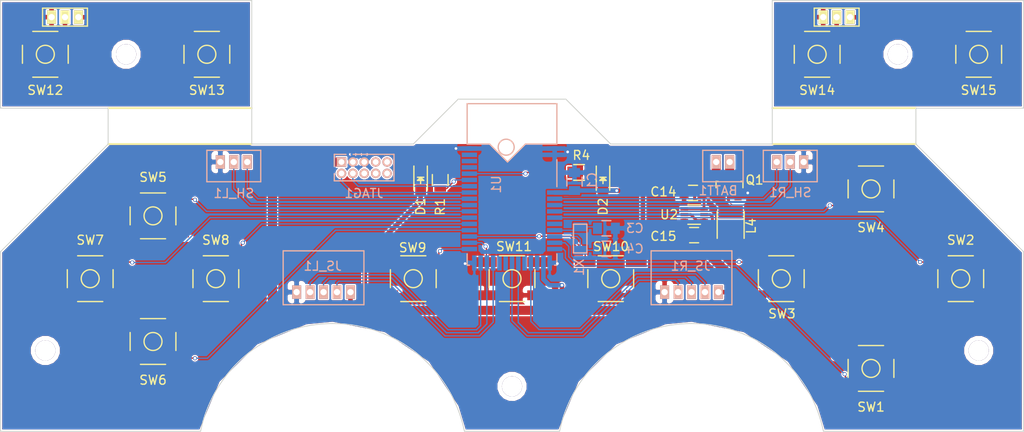
<source format=kicad_pcb>
(kicad_pcb (version 4) (host pcbnew "(2016-04-11 BZR 6687, Git f239aee)-product")
  (layers (0 F.Cu signal) (31 B.Cu signal) (34 B.Paste user) (35 F.Paste user) (36 B.SilkS user) (37 F.SilkS user) (38 B.Mask user) (39 F.Mask user) (44 Edge.Cuts user))
  (net 0 "")
  (net 1 +3V3)
  (net 2 GND)
  (net 3 "Net-(C3-Pad1)")
  (net 4 "Net-(C4-Pad1)")
  (net 5 +BATT)
  (net 6 "Net-(D1-Pad1)")
  (net 7 "Net-(D2-Pad1)")
  (net 8 /SWDCLK)
  (net 9 /SWDIO)
  (net 10 /PWR_LED)
  (net 11 /BT_LED)
  (net 12 "Net-(P3-Pad1)")
  (net 13 "Net-(P4-Pad1)")
  (net 14 "Net-(P5-Pad1)")
  (net 15 "Net-(P6-Pad1)")
  (net 16 "Net-(P7-Pad1)")
  (net 17 /IND)
  (net 18 "Net-(U1-Pad40)")
  (net 19 "Net-(U1-Pad41)")
  (net 20 "Net-(U1-Pad39)")
  (net 21 "Net-(U1-Pad20)")
  (net 22 "Net-(U1-Pad21)")
  (net 23 "Net-(U1-Pad17)")
  (net 24 "Net-(U1-Pad15)")
  (net 25 "Net-(U1-Pad8)")
  (net 26 "Net-(BATT1-Pad1)")
  (net 27 "Net-(JTAG1-Pad7)")
  (net 28 "Net-(JTAG1-Pad9)")
  (net 29 "Net-(JTAG1-Pad6)")
  (net 30 "Net-(JTAG1-Pad8)")
  (net 31 "Net-(JTAG1-Pad10)")
  (net 32 /JS_LX)
  (net 33 /JS_LY)
  (net 34 /JS_LS)
  (net 35 /JS_RX)
  (net 36 /JS_RS)
  (net 37 /JS_RY)
  (net 38 "Net-(P1-Pad2)")
  (net 39 "Net-(P1-Pad3)")
  (net 40 "Net-(P2-Pad2)")
  (net 41 "Net-(P2-Pad3)")
  (net 42 /L2)
  (net 43 /L1)
  (net 44 /R2)
  (net 45 /R1)
  (net 46 /A)
  (net 47 /B)
  (net 48 /X)
  (net 49 /Y)
  (net 50 /UP)
  (net 51 /DOWN)
  (net 52 /LEFT)
  (net 53 /RIGHT)
  (net 54 /START)
  (net 55 /SELECT)
  (net 56 /HOME)
  (net 57 /GND_L)
  (net 58 /GND_R)
  (module Capacitors_SMD:C_0805 (layer F.Cu) (at 90.17 36.449 180)
    (fp_text reference C14 (at 3.302 0.127 180) (layer F.SilkS))
    (fp_text value 10uF)
    (pad 1 smd rect (at -1 0 180) (size 1 1.25) (layers F.Cu F.Paste F.Mask) (net 5 +BATT))
    (pad 2 smd rect (at 1 0 180) (size 1 1.25) (layers F.Cu F.Paste F.Mask) (net 2 GND))
  )
  (module Capacitors_SMD:C_0805 (layer F.Cu) (at 90.2904 41.1496 180)
    (fp_text reference C15 (at 3.4224 -0.1254 180) (layer F.SilkS))
    (fp_text value 10uF)
    (pad 1 smd rect (at -1 0 180) (size 1 1.25) (layers F.Cu F.Paste F.Mask) (net 1 +3V3))
    (pad 2 smd rect (at 1 0 180) (size 1 1.25) (layers F.Cu F.Paste F.Mask) (net 2 GND))
  )
  (module LEDs:LED_0805 (layer F.Cu) (at 59.817 35.052 270)
    (fp_text reference D1 (at 2.921 0 270) (layer F.SilkS))
    (fp_text value ORANGE)
    (pad 2 smd rect (at 1.04902 0 90) (size 1.19888 1.19888) (layers F.Cu F.Paste F.Mask) (net 1 +3V3))
    (pad 1 smd rect (at -1.04902 0 90) (size 1.19888 1.19888) (layers F.Cu F.Paste F.Mask) (net 6 "Net-(D1-Pad1)"))
  )
  (module LEDs:LED_0805 (layer F.Cu) (at 80.137 35.052 270)
    (fp_text reference D2 (at 2.921 0 270) (layer F.SilkS))
    (fp_text value ORANGE)
    (pad 2 smd rect (at 1.04902 0 90) (size 1.19888 1.19888) (layers F.Cu F.Paste F.Mask) (net 1 +3V3))
    (pad 1 smd rect (at -1.04902 0 90) (size 1.19888 1.19888) (layers F.Cu F.Paste F.Mask) (net 7 "Net-(D2-Pad1)"))
  )
  (module Resistors_SMD:R_0805 (layer F.Cu) (at 62 35 90)
    (fp_text reference R1 (at -3 0 90) (layer F.SilkS))
    (fp_text value 68)
    (pad 1 smd rect (at -0.95 0 90) (size 0.7 1.3) (layers F.Cu F.Paste F.Mask) (net 10 /PWR_LED))
    (pad 2 smd rect (at 0.95 0 90) (size 0.7 1.3) (layers F.Cu F.Paste F.Mask) (net 6 "Net-(D1-Pad1)"))
  )
  (module Resistors_SMD:R_0805 (layer F.Cu) (at 77.47 34.163)
    (fp_text reference R4 (at 0.254 -1.905) (layer F.SilkS))
    (fp_text value 68)
    (pad 1 smd rect (at -0.95 0) (size 0.7 1.3) (layers F.Cu F.Paste F.Mask) (net 11 /BT_LED))
    (pad 2 smd rect (at 0.95 0) (size 0.7 1.3) (layers F.Cu F.Paste F.Mask) (net 7 "Net-(D2-Pad1)"))
  )
  (module Capacitors_SMD:C_0805 (layer B.Cu) (at 80.518 40.386)
    (fp_text reference C3 (at 3.175 0) (layer B.SilkS) (effects (justify mirror)))
    (fp_text value 12pF)
    (pad 1 smd rect (at -1 0) (size 1 1.25) (layers B.Cu B.Paste B.Mask) (net 3 "Net-(C3-Pad1)"))
    (pad 2 smd rect (at 1 0) (size 1 1.25) (layers B.Cu B.Paste B.Mask) (net 2 GND))
  )
  (module Capacitors_SMD:C_0805 (layer B.Cu) (at 80.518 42.672)
    (fp_text reference C4 (at 3.175 0) (layer B.SilkS) (effects (justify mirror)))
    (fp_text value 12pF)
    (pad 1 smd rect (at -1 0) (size 1 1.25) (layers B.Cu B.Paste B.Mask) (net 4 "Net-(C4-Pad1)"))
    (pad 2 smd rect (at 1 0) (size 1 1.25) (layers B.Cu B.Paste B.Mask) (net 2 GND))
  )
  (module Capacitors_SMD:C_0805 (layer B.Cu) (at 76.962 35.179 90)
    (fp_text reference C1 (at 0.0635 1.9685 270) (layer B.SilkS) (effects (justify mirror)))
    (fp_text value 1uF)
    (pad 1 smd rect (at -1 0 90) (size 1 1.25) (layers B.Cu B.Paste B.Mask) (net 1 +3V3))
    (pad 2 smd rect (at 1 0 90) (size 1 1.25) (layers B.Cu B.Paste B.Mask) (net 2 GND))
  )
  (module Controller:32.768kHz (layer B.Cu) (at 77.597 41.529 270)
    (fp_text reference X1 (at 3.221 0.097 270) (layer B.SilkS) (effects (justify mirror)))
    (fp_text value 32.768kHz)
    (pad 2 smd rect (at 1.3 0 270) (size 1 1.55) (layers B.Cu B.Paste B.Mask) (net 4 "Net-(C4-Pad1)"))
    (pad 1 smd rect (at -1.3 0 270) (size 1 1.55) (layers B.Cu B.Paste B.Mask) (net 3 "Net-(C3-Pad1)"))
  )
  (module Controller:SOT-23-3 (layer F.Cu) (at 94.234 35.814)
    (fp_text reference Q1 (at 2.79 -0.814) (layer F.SilkS))
    (fp_text value DMN2050L)
    (pad 1 smd rect (at -0.95 1) (size 0.8 0.9) (layers F.Cu F.Paste F.Mask) (net 5 +BATT))
    (pad 2 smd rect (at 0.95 1) (size 0.8 0.9) (layers F.Cu F.Paste F.Mask) (net 2 GND))
    (pad 3 smd rect (at 0 -1) (size 0.8 0.9) (layers F.Cu F.Paste F.Mask) (net 26 "Net-(BATT1-Pad1)"))
  )
  (module Controller:CONN_BATT (layer B.Cu) (at 93.5 33 180)
    (fp_text reference BATT1 (at 0.536 -3.195 180) (layer B.SilkS) (effects (justify mirror)))
    (fp_text value CONN_BATT)
    (pad 2 thru_hole rect (at 0.75 0 180) (size 1 1.5) (drill 0.7) (layers *.Cu *.Mask B.SilkS) (net 5 +BATT))
    (pad 1 thru_hole rect (at -0.75 0 180) (size 1 1.5) (drill 0.7) (layers *.Cu *.Mask B.SilkS) (net 26 "Net-(BATT1-Pad1)"))
  )
  (module Controller:CONN_JOYSTICK (layer B.Cu) (at 49 47.5)
    (fp_text reference JS_L1 (at -0.1 -2.9) (layer B.SilkS) (effects (justify mirror)))
    (fp_text value CONN_JOYSTICK_F)
    (pad 5 thru_hole rect (at 3 0) (size 1 1.5) (drill 0.7) (layers *.Cu *.Mask B.SilkS) (net 1 +3V3))
    (pad 3 thru_hole rect (at 0 0) (size 1 1.5) (drill 0.7) (layers *.Cu *.Mask B.SilkS) (net 32 /JS_LX))
    (pad 4 thru_hole rect (at 1.5 0) (size 1 1.5) (drill 0.7) (layers *.Cu *.Mask B.SilkS) (net 33 /JS_LY))
    (pad 2 thru_hole rect (at -1.5 0) (size 1 1.5) (drill 0.7) (layers *.Cu *.Mask B.SilkS) (net 34 /JS_LS))
    (pad 1 thru_hole rect (at -3 0) (size 1 1.5) (drill 0.7) (layers *.Cu *.Mask B.SilkS) (net 2 GND))
  )
  (module Controller:CONN_JOYSTICK (layer B.Cu) (at 90 47.5)
    (fp_text reference JS_R1 (at -0.1 -2.9) (layer B.SilkS) (effects (justify mirror)))
    (fp_text value CONN_JOYSTICK_F)
    (pad 5 thru_hole rect (at 3 0) (size 1 1.5) (drill 0.7) (layers *.Cu *.Mask B.SilkS) (net 1 +3V3))
    (pad 3 thru_hole rect (at 0 0) (size 1 1.5) (drill 0.7) (layers *.Cu *.Mask B.SilkS) (net 35 /JS_RX))
    (pad 4 thru_hole rect (at 1.5 0) (size 1 1.5) (drill 0.7) (layers *.Cu *.Mask B.SilkS) (net 36 /JS_RS))
    (pad 2 thru_hole rect (at -1.5 0) (size 1 1.5) (drill 0.7) (layers *.Cu *.Mask B.SilkS) (net 37 /JS_RY))
    (pad 1 thru_hole rect (at -3 0) (size 1 1.5) (drill 0.7) (layers *.Cu *.Mask B.SilkS) (net 2 GND))
  )
  (module Pin_Headers:Pin_Header_Straight_2x05_Pitch1.27mm (layer B.Cu) (at 51 33 270)
    (fp_text reference JTAG1 (at 3.5 -2.5 360) (layer B.SilkS) (effects (justify mirror)))
    (fp_text value CONN_JTAG)
    (pad 1 thru_hole rect (at 0 0 270) (size 1.05 1.05) (drill 0.65) (layers *.Cu *.Mask B.SilkS) (net 1 +3V3))
    (pad 3 thru_hole circle (at 0 -1.27 270) (size 1.05 1.05) (drill 0.65) (layers *.Cu *.Mask B.SilkS) (net 2 GND))
    (pad 5 thru_hole circle (at 0 -2.54 270) (size 1.05 1.05) (drill 0.65) (layers *.Cu *.Mask B.SilkS) (net 2 GND))
    (pad 7 thru_hole circle (at 0 -3.81 270) (size 1.05 1.05) (drill 0.65) (layers *.Cu *.Mask B.SilkS) (net 27 "Net-(JTAG1-Pad7)"))
    (pad 9 thru_hole circle (at 0 -5.08 270) (size 1.05 1.05) (drill 0.65) (layers *.Cu *.Mask B.SilkS) (net 28 "Net-(JTAG1-Pad9)"))
    (pad 4 thru_hole circle (at 1.27 -1.27 270) (size 1.05 1.05) (drill 0.65) (layers *.Cu *.Mask B.SilkS) (net 8 /SWDCLK))
    (pad 6 thru_hole circle (at 1.27 -2.54 270) (size 1.05 1.05) (drill 0.65) (layers *.Cu *.Mask B.SilkS) (net 29 "Net-(JTAG1-Pad6)"))
    (pad 8 thru_hole circle (at 1.27 -3.81 270) (size 1.05 1.05) (drill 0.65) (layers *.Cu *.Mask B.SilkS) (net 30 "Net-(JTAG1-Pad8)"))
    (pad 10 thru_hole circle (at 1.27 -5.08 270) (size 1.05 1.05) (drill 0.65) (layers *.Cu *.Mask B.SilkS) (net 31 "Net-(JTAG1-Pad10)"))
    (pad 2 thru_hole circle (at 1.27 0 270) (size 1.05 1.05) (drill 0.65) (layers *.Cu *.Mask B.SilkS) (net 9 /SWDIO))
  )
  (module Controller:CONN_SHOULDER_F (layer B.Cu) (at 39 33 180)
    (fp_text reference SH_L1 (at 0 -3.5 180) (layer B.SilkS) (effects (justify mirror)))
    (fp_text value CONN_SHOULDER)
    (pad 2 thru_hole rect (at 0 0 180) (size 1 1.5) (drill 0.7) (layers *.Cu *.Mask B.SilkS) (net 42 /L2))
    (pad 3 thru_hole rect (at 1.5 0 180) (size 1 1.5) (drill 0.7) (layers *.Cu *.Mask B.SilkS) (net 2 GND))
    (pad 1 thru_hole rect (at -1.5 0 180) (size 1 1.5) (drill 0.7) (layers *.Cu *.Mask B.SilkS) (net 43 /L1))
  )
  (module Controller:CONN_SHOULDER_F (layer B.Cu) (at 101 33 180)
    (fp_text reference SH_R1 (at 0 -3.4 180) (layer B.SilkS) (effects (justify mirror)))
    (fp_text value CONN_SHOULDER)
    (pad 2 thru_hole rect (at 0 0 180) (size 1 1.5) (drill 0.7) (layers *.Cu *.Mask B.SilkS) (net 44 /R2))
    (pad 3 thru_hole rect (at 1.5 0 180) (size 1 1.5) (drill 0.7) (layers *.Cu *.Mask B.SilkS) (net 45 /R1))
    (pad 1 thru_hole rect (at -1.5 0 180) (size 1 1.5) (drill 0.7) (layers *.Cu *.Mask B.SilkS) (net 2 GND))
  )
  (module Controller:CONN_SHOULDER_M (layer F.Cu) (at 106.172 16.859)
    (fp_text reference P2 hide)
    (fp_text value CONN_SHOULDER)
    (pad 2 thru_hole rect (at 0 0) (size 1 1.5) (drill 0.7) (layers *.Cu *.Mask F.SilkS) (net 40 "Net-(P2-Pad2)"))
    (pad 3 thru_hole rect (at 1.5 0) (size 1 1.5) (drill 0.7) (layers *.Cu *.Mask F.SilkS) (net 41 "Net-(P2-Pad3)"))
    (pad 1 thru_hole rect (at -1.5 0) (size 1 1.5) (drill 0.7) (layers *.Cu *.Mask F.SilkS) (net 58 /GND_R))
  )
  (module Controller:CONN_SHOULDER_M (layer F.Cu) (at 20.193 16.859)
    (fp_text reference P1 hide)
    (fp_text value CONN_SHOULDER)
    (pad 2 thru_hole rect (at 0 0) (size 1 1.5) (drill 0.7) (layers *.Cu *.Mask F.SilkS) (net 38 "Net-(P1-Pad2)"))
    (pad 3 thru_hole rect (at 1.5 0) (size 1 1.5) (drill 0.7) (layers *.Cu *.Mask F.SilkS) (net 39 "Net-(P1-Pad3)"))
    (pad 1 thru_hole rect (at -1.5 0) (size 1 1.5) (drill 0.7) (layers *.Cu *.Mask F.SilkS) (net 57 /GND_L))
  )
  (module Controller:MDBT40-P (layer B.Cu) (at 70 35.5 180)
    (fp_text reference U1 (at 1.75 0 450) (layer B.SilkS) (effects (justify mirror)))
    (fp_text value MDBT40-P)
    (pad 42 smd rect (at 4.75 4 180) (size 1.7 0.5) (layers B.Cu B.Paste B.Mask) (net 2 GND))
    (pad 34 smd rect (at 4.75 -1.6 180) (size 1.7 0.5) (layers B.Cu B.Paste B.Mask) (net 43 /L1))
    (pad 35 smd rect (at 4.75 -0.9 180) (size 1.7 0.5) (layers B.Cu B.Paste B.Mask) (net 9 /SWDIO))
    (pad 37 smd rect (at 4.75 0.5 180) (size 1.7 0.5) (layers B.Cu B.Paste B.Mask) (net 10 /PWR_LED))
    (pad 36 smd rect (at 4.75 -0.2 180) (size 1.7 0.5) (layers B.Cu B.Paste B.Mask) (net 8 /SWDCLK))
    (pad 40 smd rect (at 4.75 2.6 180) (size 1.7 0.5) (layers B.Cu B.Paste B.Mask) (net 18 "Net-(U1-Pad40)"))
    (pad 41 smd rect (at 4.75 3.3 180) (size 1.7 0.5) (layers B.Cu B.Paste B.Mask) (net 19 "Net-(U1-Pad41)"))
    (pad 39 smd rect (at 4.75 1.9 180) (size 1.7 0.5) (layers B.Cu B.Paste B.Mask) (net 20 "Net-(U1-Pad39)"))
    (pad 38 smd rect (at 4.75 1.2 180) (size 1.7 0.5) (layers B.Cu B.Paste B.Mask) (net 11 /BT_LED))
    (pad 30 smd rect (at 4.75 -4.4 180) (size 1.7 0.5) (layers B.Cu B.Paste B.Mask) (net 53 /RIGHT))
    (pad 31 smd rect (at 4.75 -3.7 180) (size 1.7 0.5) (layers B.Cu B.Paste B.Mask) (net 52 /LEFT))
    (pad 33 smd rect (at 4.75 -2.3 180) (size 1.7 0.5) (layers B.Cu B.Paste B.Mask) (net 42 /L2))
    (pad 32 smd rect (at 4.75 -3 180) (size 1.7 0.5) (layers B.Cu B.Paste B.Mask) (net 50 /UP))
    (pad 28 smd rect (at 4.75 -5.8 180) (size 1.7 0.5) (layers B.Cu B.Paste B.Mask) (net 55 /SELECT))
    (pad 29 smd rect (at 4.75 -5.1 180) (size 1.7 0.5) (layers B.Cu B.Paste B.Mask) (net 51 /DOWN))
    (pad 27 smd rect (at 4.75 -6.5 180) (size 1.7 0.5) (layers B.Cu B.Paste B.Mask) (net 56 /HOME))
    (pad 26 smd rect (at 4.75 -7.2 180) (size 1.7 0.5) (layers B.Cu B.Paste B.Mask) (net 54 /START))
    (pad 25 smd rect (at 4.2 -8.75 180) (size 0.5 1.7) (layers B.Cu B.Paste B.Mask) (net 2 GND))
    (pad 19 smd rect (at 0 -8.75 180) (size 0.5 1.7) (layers B.Cu B.Paste B.Mask) (net 37 /JS_RY))
    (pad 20 smd rect (at 0.7 -8.75 180) (size 0.5 1.7) (layers B.Cu B.Paste B.Mask) (net 21 "Net-(U1-Pad20)"))
    (pad 22 smd rect (at 2.1 -8.75 180) (size 0.5 1.7) (layers B.Cu B.Paste B.Mask) (net 33 /JS_LY))
    (pad 21 smd rect (at 1.4 -8.75 180) (size 0.5 1.7) (layers B.Cu B.Paste B.Mask) (net 22 "Net-(U1-Pad21)"))
    (pad 23 smd rect (at 2.8 -8.75 180) (size 0.5 1.7) (layers B.Cu B.Paste B.Mask) (net 32 /JS_LX))
    (pad 24 smd rect (at 3.5 -8.75 180) (size 0.5 1.7) (layers B.Cu B.Paste B.Mask) (net 34 /JS_LS))
    (pad 18 smd rect (at -0.7 -8.75 180) (size 0.5 1.7) (layers B.Cu B.Paste B.Mask) (net 35 /JS_RX))
    (pad 17 smd rect (at -1.4 -8.75 180) (size 0.5 1.7) (layers B.Cu B.Paste B.Mask) (net 23 "Net-(U1-Pad17)"))
    (pad 15 smd rect (at -2.8 -8.75 180) (size 0.5 1.7) (layers B.Cu B.Paste B.Mask) (net 24 "Net-(U1-Pad15)"))
    (pad 16 smd rect (at -2.1 -8.75 180) (size 0.5 1.7) (layers B.Cu B.Paste B.Mask) (net 36 /JS_RS))
    (pad 14 smd rect (at -3.5 -8.75 180) (size 0.5 1.7) (layers B.Cu B.Paste B.Mask) (net 1 +3V3))
    (pad 13 smd rect (at -4.2 -8.75 180) (size 0.5 1.7) (layers B.Cu B.Paste B.Mask) (net 2 GND))
    (pad 12 smd rect (at -4.75 -7.2 180) (size 1.7 0.5) (layers B.Cu B.Paste B.Mask) (net 46 /A))
    (pad 11 smd rect (at -4.75 -6.5 180) (size 1.7 0.5) (layers B.Cu B.Paste B.Mask) (net 48 /X))
    (pad 8 smd rect (at -4.75 -4.4 180) (size 1.7 0.5) (layers B.Cu B.Paste B.Mask) (net 25 "Net-(U1-Pad8)"))
    (pad 5 smd rect (at -4.75 -2.3 180) (size 1.7 0.5) (layers B.Cu B.Paste B.Mask) (net 44 /R2))
    (pad 9 smd rect (at -4.75 -5.1 180) (size 1.7 0.5) (layers B.Cu B.Paste B.Mask) (net 3 "Net-(C3-Pad1)"))
    (pad 10 smd rect (at -4.75 -5.8 180) (size 1.7 0.5) (layers B.Cu B.Paste B.Mask) (net 4 "Net-(C4-Pad1)"))
    (pad 7 smd rect (at -4.75 -3.7 180) (size 1.7 0.5) (layers B.Cu B.Paste B.Mask) (net 47 /B))
    (pad 6 smd rect (at -4.75 -3 180) (size 1.7 0.5) (layers B.Cu B.Paste B.Mask) (net 49 /Y))
    (pad 3 smd rect (at -4.75 -0.9 180) (size 1.7 0.5) (layers B.Cu B.Paste B.Mask) (net 1 +3V3))
    (pad 4 smd rect (at -4.75 -1.6 180) (size 1.7 0.5) (layers B.Cu B.Paste B.Mask) (net 45 /R1))
    (pad 2 smd rect (at -4.75 3.3 180) (size 1.7 0.5) (layers B.Cu B.Paste B.Mask) (net 2 GND))
    (pad 1 smd rect (at -4.75 4 180) (size 1.7 0.5) (layers B.Cu B.Paste B.Mask) (net 2 GND))
  )
  (module Controller:SW_BUTTON (layer F.Cu) (at 37 46 180)
    (fp_text reference SW8 (at 0 4.3 180) (layer F.SilkS))
    (fp_text value BUTTON)
    (pad 2 smd rect (at -2.85 1.85 180) (size 2.3 1.1) (layers F.Cu F.Paste F.Mask) (net 53 /RIGHT))
    (pad 1 smd rect (at -2.85 -1.85 180) (size 2.3 1.1) (layers F.Cu F.Paste F.Mask) (net 2 GND))
    (pad 1 smd rect (at 2.85 -1.85 180) (size 2.3 1.1) (layers F.Cu F.Paste F.Mask) (net 2 GND))
    (pad 2 smd rect (at 2.85 1.85 180) (size 2.3 1.1) (layers F.Cu F.Paste F.Mask) (net 53 /RIGHT))
  )
  (module Controller:SW_BUTTON (layer F.Cu) (at 110 56)
    (fp_text reference SW1 (at 0 4.3) (layer F.SilkS))
    (fp_text value BUTTON)
    (pad 2 smd rect (at -2.85 1.85) (size 2.3 1.1) (layers F.Cu F.Paste F.Mask) (net 46 /A))
    (pad 1 smd rect (at -2.85 -1.85) (size 2.3 1.1) (layers F.Cu F.Paste F.Mask) (net 2 GND))
    (pad 1 smd rect (at 2.85 -1.85) (size 2.3 1.1) (layers F.Cu F.Paste F.Mask) (net 2 GND))
    (pad 2 smd rect (at 2.85 1.85) (size 2.3 1.1) (layers F.Cu F.Paste F.Mask) (net 46 /A))
  )
  (module Controller:SW_BUTTON (layer F.Cu) (at 120 46 180)
    (fp_text reference SW2 (at 0 4.3 180) (layer F.SilkS))
    (fp_text value BUTTON)
    (pad 2 smd rect (at -2.85 1.85 180) (size 2.3 1.1) (layers F.Cu F.Paste F.Mask) (net 47 /B))
    (pad 1 smd rect (at -2.85 -1.85 180) (size 2.3 1.1) (layers F.Cu F.Paste F.Mask) (net 2 GND))
    (pad 1 smd rect (at 2.85 -1.85 180) (size 2.3 1.1) (layers F.Cu F.Paste F.Mask) (net 2 GND))
    (pad 2 smd rect (at 2.85 1.85 180) (size 2.3 1.1) (layers F.Cu F.Paste F.Mask) (net 47 /B))
  )
  (module Controller:SW_BUTTON (layer F.Cu) (at 100 46 180)
    (fp_text reference SW3 (at -0.076 -3.911 180) (layer F.SilkS))
    (fp_text value BUTTON)
    (pad 2 smd rect (at -2.85 1.85 180) (size 2.3 1.1) (layers F.Cu F.Paste F.Mask) (net 48 /X))
    (pad 1 smd rect (at -2.85 -1.85 180) (size 2.3 1.1) (layers F.Cu F.Paste F.Mask) (net 2 GND))
    (pad 1 smd rect (at 2.85 -1.85 180) (size 2.3 1.1) (layers F.Cu F.Paste F.Mask) (net 2 GND))
    (pad 2 smd rect (at 2.85 1.85 180) (size 2.3 1.1) (layers F.Cu F.Paste F.Mask) (net 48 /X))
  )
  (module Controller:SW_BUTTON (layer F.Cu) (at 110 36)
    (fp_text reference SW4 (at 0 4.3) (layer F.SilkS))
    (fp_text value BUTTON)
    (pad 2 smd rect (at -2.85 1.85) (size 2.3 1.1) (layers F.Cu F.Paste F.Mask) (net 49 /Y))
    (pad 1 smd rect (at -2.85 -1.85) (size 2.3 1.1) (layers F.Cu F.Paste F.Mask) (net 2 GND))
    (pad 1 smd rect (at 2.85 -1.85) (size 2.3 1.1) (layers F.Cu F.Paste F.Mask) (net 2 GND))
    (pad 2 smd rect (at 2.85 1.85) (size 2.3 1.1) (layers F.Cu F.Paste F.Mask) (net 49 /Y))
  )
  (module Controller:SW_BUTTON (layer F.Cu) (at 30 39 180)
    (fp_text reference SW5 (at 0 4.3 180) (layer F.SilkS))
    (fp_text value BUTTON)
    (pad 2 smd rect (at -2.85 1.85 180) (size 2.3 1.1) (layers F.Cu F.Paste F.Mask) (net 50 /UP))
    (pad 1 smd rect (at -2.85 -1.85 180) (size 2.3 1.1) (layers F.Cu F.Paste F.Mask) (net 2 GND))
    (pad 1 smd rect (at 2.85 -1.85 180) (size 2.3 1.1) (layers F.Cu F.Paste F.Mask) (net 2 GND))
    (pad 2 smd rect (at 2.85 1.85 180) (size 2.3 1.1) (layers F.Cu F.Paste F.Mask) (net 50 /UP))
  )
  (module Controller:SW_BUTTON (layer F.Cu) (at 30 53)
    (fp_text reference SW6 (at 0 4.3) (layer F.SilkS))
    (fp_text value BUTTON)
    (pad 2 smd rect (at -2.85 1.85) (size 2.3 1.1) (layers F.Cu F.Paste F.Mask) (net 51 /DOWN))
    (pad 1 smd rect (at -2.85 -1.85) (size 2.3 1.1) (layers F.Cu F.Paste F.Mask) (net 2 GND))
    (pad 1 smd rect (at 2.85 -1.85) (size 2.3 1.1) (layers F.Cu F.Paste F.Mask) (net 2 GND))
    (pad 2 smd rect (at 2.85 1.85) (size 2.3 1.1) (layers F.Cu F.Paste F.Mask) (net 51 /DOWN))
  )
  (module Controller:SW_BUTTON (layer F.Cu) (at 23 46 180)
    (fp_text reference SW7 (at 0 4.3 180) (layer F.SilkS))
    (fp_text value BUTTON)
    (pad 2 smd rect (at -2.85 1.85 180) (size 2.3 1.1) (layers F.Cu F.Paste F.Mask) (net 52 /LEFT))
    (pad 1 smd rect (at -2.85 -1.85 180) (size 2.3 1.1) (layers F.Cu F.Paste F.Mask) (net 2 GND))
    (pad 1 smd rect (at 2.85 -1.85 180) (size 2.3 1.1) (layers F.Cu F.Paste F.Mask) (net 2 GND))
    (pad 2 smd rect (at 2.85 1.85 180) (size 2.3 1.1) (layers F.Cu F.Paste F.Mask) (net 52 /LEFT))
  )
  (module Controller:SW_BUTTON (layer F.Cu) (at 59 46 180)
    (fp_text reference SW9 (at 0.072 3.455 180) (layer F.SilkS))
    (fp_text value BUTTON)
    (pad 2 smd rect (at -2.85 1.85 180) (size 2.3 1.1) (layers F.Cu F.Paste F.Mask) (net 54 /START))
    (pad 1 smd rect (at -2.85 -1.85 180) (size 2.3 1.1) (layers F.Cu F.Paste F.Mask) (net 2 GND))
    (pad 1 smd rect (at 2.85 -1.85 180) (size 2.3 1.1) (layers F.Cu F.Paste F.Mask) (net 2 GND))
    (pad 2 smd rect (at 2.85 1.85 180) (size 2.3 1.1) (layers F.Cu F.Paste F.Mask) (net 54 /START))
  )
  (module Controller:SW_BUTTON (layer F.Cu) (at 81 46 180)
    (fp_text reference SW10 (at -0.026 3.582 180) (layer F.SilkS))
    (fp_text value BUTTON)
    (pad 2 smd rect (at -2.85 1.85 180) (size 2.3 1.1) (layers F.Cu F.Paste F.Mask) (net 55 /SELECT))
    (pad 1 smd rect (at -2.85 -1.85 180) (size 2.3 1.1) (layers F.Cu F.Paste F.Mask) (net 2 GND))
    (pad 1 smd rect (at 2.85 -1.85 180) (size 2.3 1.1) (layers F.Cu F.Paste F.Mask) (net 2 GND))
    (pad 2 smd rect (at 2.85 1.85 180) (size 2.3 1.1) (layers F.Cu F.Paste F.Mask) (net 55 /SELECT))
  )
  (module Controller:SW_BUTTON (layer F.Cu) (at 70 46 180)
    (fp_text reference SW11 (at -0.231 3.582 180) (layer F.SilkS))
    (fp_text value BUTTON)
    (pad 2 smd rect (at -2.85 1.85 180) (size 2.3 1.1) (layers F.Cu F.Paste F.Mask) (net 56 /HOME))
    (pad 1 smd rect (at -2.85 -1.85 180) (size 2.3 1.1) (layers F.Cu F.Paste F.Mask) (net 2 GND))
    (pad 1 smd rect (at 2.85 -1.85 180) (size 2.3 1.1) (layers F.Cu F.Paste F.Mask) (net 2 GND))
    (pad 2 smd rect (at 2.85 1.85 180) (size 2.3 1.1) (layers F.Cu F.Paste F.Mask) (net 56 /HOME))
  )
  (module Controller:SW_BUTTON (layer F.Cu) (at 18 21 180)
    (fp_text reference SW12 (at 0 -4 180) (layer F.SilkS))
    (fp_text value BUTTON)
    (pad 2 smd rect (at -2.85 1.85 180) (size 2.3 1.1) (layers F.Cu F.Paste F.Mask) (net 38 "Net-(P1-Pad2)"))
    (pad 1 smd rect (at -2.85 -1.85 180) (size 2.3 1.1) (layers F.Cu F.Paste F.Mask) (net 57 /GND_L))
    (pad 1 smd rect (at 2.85 -1.85 180) (size 2.3 1.1) (layers F.Cu F.Paste F.Mask) (net 57 /GND_L))
    (pad 2 smd rect (at 2.85 1.85 180) (size 2.3 1.1) (layers F.Cu F.Paste F.Mask) (net 38 "Net-(P1-Pad2)"))
  )
  (module Controller:SW_BUTTON (layer F.Cu) (at 36 21 180)
    (fp_text reference SW13 (at 0 -4 180) (layer F.SilkS))
    (fp_text value BUTTON)
    (pad 2 smd rect (at -2.85 1.85 180) (size 2.3 1.1) (layers F.Cu F.Paste F.Mask) (net 39 "Net-(P1-Pad3)"))
    (pad 1 smd rect (at -2.85 -1.85 180) (size 2.3 1.1) (layers F.Cu F.Paste F.Mask) (net 57 /GND_L))
    (pad 1 smd rect (at 2.85 -1.85 180) (size 2.3 1.1) (layers F.Cu F.Paste F.Mask) (net 57 /GND_L))
    (pad 2 smd rect (at 2.85 1.85 180) (size 2.3 1.1) (layers F.Cu F.Paste F.Mask) (net 39 "Net-(P1-Pad3)"))
  )
  (module Controller:SW_BUTTON (layer F.Cu) (at 104 21 180)
    (fp_text reference SW14 (at 0 -4 180) (layer F.SilkS))
    (fp_text value BUTTON)
    (pad 2 smd rect (at -2.85 1.85 180) (size 2.3 1.1) (layers F.Cu F.Paste F.Mask) (net 40 "Net-(P2-Pad2)"))
    (pad 1 smd rect (at -2.85 -1.85 180) (size 2.3 1.1) (layers F.Cu F.Paste F.Mask) (net 58 /GND_R))
    (pad 1 smd rect (at 2.85 -1.85 180) (size 2.3 1.1) (layers F.Cu F.Paste F.Mask) (net 58 /GND_R))
    (pad 2 smd rect (at 2.85 1.85 180) (size 2.3 1.1) (layers F.Cu F.Paste F.Mask) (net 40 "Net-(P2-Pad2)"))
  )
  (module Controller:SW_BUTTON (layer F.Cu) (at 122 21 180)
    (fp_text reference SW15 (at 0 -4 180) (layer F.SilkS))
    (fp_text value BUTTON)
    (pad 2 smd rect (at -2.85 1.85 180) (size 2.3 1.1) (layers F.Cu F.Paste F.Mask) (net 41 "Net-(P2-Pad3)"))
    (pad 1 smd rect (at -2.85 -1.85 180) (size 2.3 1.1) (layers F.Cu F.Paste F.Mask) (net 58 /GND_R))
    (pad 1 smd rect (at 2.85 -1.85 180) (size 2.3 1.1) (layers F.Cu F.Paste F.Mask) (net 58 /GND_R))
    (pad 2 smd rect (at 2.85 1.85 180) (size 2.3 1.1) (layers F.Cu F.Paste F.Mask) (net 41 "Net-(P2-Pad3)"))
  )
  (module Controller:NR3015T4R7M (layer F.Cu) (at 94.361 40.005 270)
    (fp_text reference L4 (at 0.127 -2.286 270) (layer F.SilkS))
    (fp_text value 4.7uH)
    (pad 2 smd rect (at 1.4 0 270) (size 1.4 2.7) (layers F.Cu F.Paste F.Mask) (net 17 /IND))
    (pad 1 smd rect (at -1.4 0 270) (size 1.4 2.7) (layers F.Cu F.Paste F.Mask) (net 5 +BATT))
  )
  (module Controller:TPS61221 (layer F.Cu) (at 90.297 38.862)
    (fp_text reference U2 (at -2.794 0) (layer F.SilkS))
    (fp_text value TPS61221)
    (pad 5 smd rect (at 1.1 0 270) (size 0.35 0.85) (layers F.Cu F.Paste F.Mask) (net 17 /IND))
    (pad 6 smd rect (at 1.1 -0.65 270) (size 0.35 0.85) (layers F.Cu F.Paste F.Mask) (net 5 +BATT))
    (pad 4 smd rect (at 1.1 0.65 270) (size 0.35 0.85) (layers F.Cu F.Paste F.Mask) (net 1 +3V3))
    (pad 3 smd rect (at -1.1 0.65 270) (size 0.35 0.85) (layers F.Cu F.Paste F.Mask) (net 2 GND))
    (pad 1 smd rect (at -1.1 -0.65 270) (size 0.35 0.85) (layers F.Cu F.Paste F.Mask) (net 5 +BATT))
    (pad 2 smd rect (at -1.1 0 270) (size 0.35 0.85) (layers F.Cu F.Paste F.Mask) (net 1 +3V3))
  )
  (module Controller:Mounting_#2 (layer F.Cu) (at 18 54)
    (fp_text reference P3 hide)
    (fp_text value MOUNT)
    (pad 1 thru_hole circle (at 0 0) (size 2.25 2.25) (drill 2.25) (layers *.Cu) (net 12 "Net-(P3-Pad1)") (clearance 0.5))
  )
  (module Controller:Mounting_#2 (layer F.Cu) (at 70 58)
    (fp_text reference P4 hide)
    (fp_text value MOUNT)
    (pad 1 thru_hole circle (at 0 0) (size 2.25 2.25) (drill 2.25) (layers *.Cu) (net 13 "Net-(P4-Pad1)") (clearance 0.5))
  )
  (module Controller:Mounting_#2 (layer F.Cu) (at 122 54)
    (fp_text reference P5 hide)
    (fp_text value MOUNT)
    (pad 1 thru_hole circle (at 0 0) (size 2.25 2.25) (drill 2.25) (layers *.Cu) (net 14 "Net-(P5-Pad1)") (clearance 0.5))
  )
  (module Controller:Mounting_#2 (layer F.Cu) (at 113 21)
    (fp_text reference P6 hide)
    (fp_text value MOUNT)
    (pad 1 thru_hole circle (at 0 0) (size 2.25 2.25) (drill 2.25) (layers *.Cu) (net 15 "Net-(P6-Pad1)") (clearance 0.5))
  )
  (module Controller:Mounting_#2 (layer F.Cu) (at 27 21)
    (fp_text reference P7 hide)
    (fp_text value MOUNT)
    (pad 1 thru_hole circle (at 0 0) (size 2.25 2.25) (drill 2.25) (layers *.Cu) (net 16 "Net-(P7-Pad1)") (clearance 0.5))
  )
  (gr_arc (start 90 66) (end 90 51) (angle -78.46304097) (layer Edge.Cuts) (width 0.1))
  (gr_arc (start 90 66) (end 90 51) (angle 78.46304097) (layer Edge.Cuts) (width 0.1))
  (gr_arc (start 50 66) (end 50 51) (angle 78.5) (layer Edge.Cuts) (width 0.1))
  (gr_arc (start 50 66) (end 50 51) (angle -78.46304097) (layer Edge.Cuts) (width 0.1))
  (gr_line (start 115 27) (end 115 31) (angle 90) (layer Edge.Cuts) (width 0.1))
  (gr_line (start 99 27) (end 99 31) (angle 90) (layer Edge.Cuts) (width 0.1))
  (gr_line (start 41 31) (end 41 27) (angle 90) (layer Edge.Cuts) (width 0.1))
  (gr_line (start 25 27) (end 25 31) (angle 90) (layer Edge.Cuts) (width 0.1))
  (gr_line (start 81 31) (end 99 31) (angle 90) (layer Edge.Cuts) (width 0.1))
  (gr_line (start 76 26) (end 81 31) (angle 90) (layer Edge.Cuts) (width 0.1))
  (gr_line (start 64 26) (end 76 26) (angle 90) (layer Edge.Cuts) (width 0.1))
  (gr_line (start 59 31) (end 41 31) (angle 90) (layer Edge.Cuts) (width 0.1))
  (gr_line (start 64 26) (end 59 31) (angle 90) (layer Edge.Cuts) (width 0.1))
  (gr_line (start 25 27) (end 41 27) (angle 90) (layer F.SilkS) (width 0.2))
  (gr_line (start 115 27) (end 99 27) (angle 90) (layer F.SilkS) (width 0.2))
  (gr_line (start 99 31) (end 115 31) (angle 90) (layer F.SilkS) (width 0.2))
  (gr_line (start 41 31) (end 25 31) (angle 90) (layer F.SilkS) (width 0.2))
  (gr_line (start 127 27) (end 115 27) (angle 90) (layer Edge.Cuts) (width 0.1))
  (gr_line (start 13 27) (end 25 27) (angle 90) (layer Edge.Cuts) (width 0.1))
  (gr_line (start 35.3 63) (end 13 63) (angle 90) (layer Edge.Cuts) (width 0.1))
  (gr_line (start 13 15) (end 41 15) (angle 90) (layer Edge.Cuts) (width 0.1))
  (gr_line (start 13 60) (end 13 63) (angle 90) (layer Edge.Cuts) (width 0.1))
  (gr_line (start 13 27) (end 13 15) (angle 90) (layer Edge.Cuts) (width 0.1))
  (gr_line (start 13 43) (end 13 60) (angle 90) (layer Edge.Cuts) (width 0.1))
  (gr_line (start 41 15) (end 41 27) (angle 90) (layer Edge.Cuts) (width 0.1))
  (gr_line (start 127 15) (end 99 15) (angle 90) (layer Edge.Cuts) (width 0.1))
  (gr_line (start 127 27) (end 127 15) (angle 90) (layer Edge.Cuts) (width 0.1))
  (gr_line (start 99 15) (end 99 27) (angle 90) (layer Edge.Cuts) (width 0.1))
  (gr_line (start 127 60) (end 127 63) (angle 90) (layer Edge.Cuts) (width 0.1))
  (gr_line (start 115 31) (end 127 43) (angle 90) (layer Edge.Cuts) (width 0.1))
  (gr_line (start 127 43) (end 127 60) (angle 90) (layer Edge.Cuts) (width 0.1))
  (gr_line (start 64.7 63) (end 75.3 63) (angle 90) (layer Edge.Cuts) (width 0.1))
  (gr_line (start 104.7 63) (end 127 63) (angle 90) (layer Edge.Cuts) (width 0.1))
  (gr_line (start 25 31) (end 13 43) (angle 90) (layer Edge.Cuts) (width 0.1))
  (segment (start 75.565 49.53) (end 75.565 46.736) (width 0.508) (layer F.Cu) (net 1))
  (segment (start 73.5 46.068) (end 74.168 46.736) (width 0.508) (layer B.Cu) (net 1))
  (segment (start 74.168 46.736) (end 75.565 46.736) (width 0.508) (layer B.Cu) (net 1))
  (via (at 75.565 46.736) (size 0.4524) (drill 0.3) (layers F.Cu B.Cu) (net 1))
  (segment (start 73.5 46.068) (end 73.5 44.25) (width 0.508) (layer B.Cu) (net 1))
  (segment (start 53.594 49.53) (end 53.594 43.561) (width 0.508) (layer F.Cu) (net 1))
  (segment (start 59.817 37.338) (end 53.594 43.561) (width 0.508) (layer F.Cu) (net 1))
  (segment (start 59.817 37.338) (end 59.817 36.10102) (width 0.508) (layer F.Cu) (net 1))
  (segment (start 52 47.5) (end 52 49.53) (width 0.508) (layer F.Cu) (net 1))
  (segment (start 51 33) (end 46.375 33) (width 1.016) (layer F.Cu) (net 1))
  (segment (start 94.742 48.641) (end 93.853 49.53) (width 1.016) (layer F.Cu) (net 1))
  (segment (start 93.853 49.53) (end 75.565 49.53) (width 1.016) (layer F.Cu) (net 1))
  (segment (start 75.565 49.53) (end 53.594 49.53) (width 1.016) (layer F.Cu) (net 1))
  (segment (start 53.594 49.53) (end 52.07 49.53) (width 1.016) (layer F.Cu) (net 1))
  (segment (start 52.07 49.53) (end 44.323 49.53) (width 1.016) (layer F.Cu) (net 1))
  (segment (start 44.323 49.53) (end 43.307 48.514) (width 1.016) (layer F.Cu) (net 1))
  (segment (start 43.307 48.514) (end 43.307 36.068) (width 1.016) (layer F.Cu) (net 1))
  (segment (start 94.742 48.641) (end 94.742 47.5) (width 1.016) (layer F.Cu) (net 1))
  (segment (start 46.375 33) (end 43.307 36.068) (width 1.016) (layer F.Cu) (net 1))
  (segment (start 91.2904 41.1496) (end 91.2904 42.6494) (width 1.016) (layer F.Cu) (net 1))
  (segment (start 91.2904 42.6494) (end 94.742 46.101) (width 1.016) (layer F.Cu) (net 1))
  (segment (start 94.742 46.101) (end 94.742 47.5) (width 1.016) (layer F.Cu) (net 1))
  (segment (start 91.397 39.794) (end 91.397 40.048) (width 1.016) (layer F.Cu) (net 1))
  (segment (start 91.397 39.512) (end 91.397 39.794) (width 0.3048) (layer F.Cu) (net 1))
  (segment (start 91.2904 40.1546) (end 91.2904 41.1496) (width 1.016) (layer F.Cu) (net 1))
  (segment (start 91.397 40.048) (end 91.2904 40.1546) (width 1.016) (layer F.Cu) (net 1))
  (segment (start 91.0704 40.0164) (end 90.5676 39.5136) (width 0.3048) (layer F.Cu) (net 1))
  (segment (start 84.074 36.195) (end 81.661 36.195) (width 0.508) (layer F.Cu) (net 1))
  (segment (start 84.074 36.195) (end 84.582 36.703) (width 0.508) (layer F.Cu) (net 1))
  (segment (start 84.582 41.275) (end 84.582 36.703) (width 0.508) (layer F.Cu) (net 1))
  (segment (start 85.9564 42.6494) (end 84.582 41.275) (width 0.508) (layer F.Cu) (net 1))
  (segment (start 91.2904 42.6494) (end 85.9564 42.6494) (width 0.508) (layer F.Cu) (net 1))
  (segment (start 93 47.5) (end 94.742 47.5) (width 0.508) (layer F.Cu) (net 1))
  (segment (start 76.962 36.179) (end 81.645 36.179) (width 0.508) (layer B.Cu) (net 1))
  (segment (start 81.645 36.179) (end 81.661 36.195) (width 0.508) (layer B.Cu) (net 1))
  (via (at 81.661 36.195) (size 0.4524) (drill 0.3) (layers F.Cu B.Cu) (net 1))
  (segment (start 81.661 36.195) (end 80.23098 36.195) (width 0.508) (layer F.Cu) (net 1))
  (segment (start 80.23098 36.195) (end 80.137 36.10102) (width 0.508) (layer F.Cu) (net 1))
  (segment (start 91.3904 39.5136) (end 90.5676 39.5136) (width 0.3048) (layer F.Cu) (net 1))
  (segment (start 89.9176 38.8636) (end 89.1904 38.8636) (width 0.3048) (layer F.Cu) (net 1))
  (segment (start 90.5676 39.5136) (end 89.9176 38.8636) (width 0.3048) (layer F.Cu) (net 1))
  (segment (start 76.741 36.4) (end 76.962 36.179) (width 0.508) (layer B.Cu) (net 1))
  (segment (start 74.75 36.4) (end 76.741 36.4) (width 0.508) (layer B.Cu) (net 1))
  (segment (start 95.184 36.814) (end 95.901 36.814) (width 0.508) (layer F.Cu) (net 2))
  (via (at 96.266 36.449) (size 0.4524) (drill 0.3) (layers F.Cu B.Cu) (net 2))
  (segment (start 95.901 36.814) (end 96.266 36.449) (width 0.508) (layer F.Cu) (net 2))
  (segment (start 74.2 44.25) (end 74.984 44.25) (width 0.508) (layer B.Cu) (net 2))
  (via (at 75.057 44.323) (size 0.4524) (drill 0.3) (layers F.Cu B.Cu) (net 2))
  (segment (start 74.984 44.25) (end 75.057 44.323) (width 0.508) (layer B.Cu) (net 2))
  (segment (start 65.8 44.25) (end 64.843 44.25) (width 0.508) (layer B.Cu) (net 2))
  (via (at 64.77 44.323) (size 0.4524) (drill 0.3) (layers F.Cu B.Cu) (net 2))
  (segment (start 64.843 44.25) (end 64.77 44.323) (width 0.508) (layer B.Cu) (net 2))
  (segment (start 65.25 31.5) (end 63.758 31.5) (width 0.508) (layer B.Cu) (net 2))
  (via (at 63.754 31.496) (size 0.4524) (drill 0.3) (layers F.Cu B.Cu) (net 2))
  (segment (start 63.758 31.5) (end 63.754 31.496) (width 0.508) (layer B.Cu) (net 2))
  (segment (start 74.75 31.5) (end 75.823 31.5) (width 0.508) (layer B.Cu) (net 2))
  (segment (start 75.877 32.2) (end 76.2 31.877) (width 0.508) (layer B.Cu) (net 2))
  (via (at 76.2 31.877) (size 0.4524) (drill 0.3) (layers F.Cu B.Cu) (net 2))
  (segment (start 75.877 32.2) (end 74.75 32.2) (width 0.508) (layer B.Cu) (net 2))
  (segment (start 75.823 31.5) (end 76.2 31.877) (width 0.508) (layer B.Cu) (net 2))
  (segment (start 65.25 31.5) (end 66.925 31.5) (width 0.508) (layer B.Cu) (net 2))
  (segment (start 66.925 31.5) (end 66.929 31.496) (width 0.508) (layer B.Cu) (net 2))
  (segment (start 74.75 32.2) (end 73.083 32.2) (width 0.508) (layer B.Cu) (net 2))
  (segment (start 73.083 32.2) (end 73.025 32.258) (width 0.508) (layer B.Cu) (net 2))
  (segment (start 74.75 31.5) (end 73.029 31.5) (width 0.508) (layer B.Cu) (net 2))
  (segment (start 73.029 31.5) (end 73.025 31.496) (width 0.508) (layer B.Cu) (net 2))
  (segment (start 53.54 33) (end 53.54 31.54) (width 0.508) (layer F.Cu) (net 2))
  (segment (start 52.27 33) (end 52.27 31.73) (width 0.508) (layer F.Cu) (net 2))
  (segment (start 52.27 33) (end 52.27 31.804) (width 0.508) (layer B.Cu) (net 2))
  (segment (start 53.54 33) (end 53.54 31.804) (width 0.508) (layer B.Cu) (net 2))
  (segment (start 37.4946 32.9946) (end 37.5 33) (width 0.1524) (layer B.Cu) (net 2))
  (segment (start 102.5054 32.9946) (end 102.5 33) (width 0.1524) (layer B.Cu) (net 2))
  (segment (start 77.597 40.229) (end 79.361 40.229) (width 0.1524) (layer B.Cu) (net 3))
  (segment (start 79.361 40.229) (end 79.518 40.386) (width 0.1524) (layer B.Cu) (net 3))
  (segment (start 74.75 40.6) (end 77.226 40.6) (width 0.1524) (layer B.Cu) (net 3))
  (segment (start 77.226 40.6) (end 77.597 40.229) (width 0.1524) (layer B.Cu) (net 3))
  (segment (start 74.75 41.3) (end 77.241 41.3) (width 0.1524) (layer B.Cu) (net 4))
  (segment (start 77.597 41.656) (end 77.597 42.829) (width 0.1524) (layer B.Cu) (net 4))
  (segment (start 77.241 41.3) (end 77.597 41.656) (width 0.1524) (layer B.Cu) (net 4))
  (segment (start 77.597 42.829) (end 79.361 42.829) (width 0.1524) (layer B.Cu) (net 4))
  (segment (start 79.361 42.829) (end 79.518 42.672) (width 0.1524) (layer B.Cu) (net 4))
  (segment (start 93.284 36.814) (end 93.284 37.528) (width 1.016) (layer F.Cu) (net 5))
  (segment (start 91.17 36.449) (end 92.205 36.449) (width 1.016) (layer F.Cu) (net 5))
  (segment (start 92.205 36.449) (end 94.361 38.605) (width 1.016) (layer F.Cu) (net 5))
  (segment (start 91.17 36.449) (end 91.567 36.449) (width 1.016) (layer F.Cu) (net 5))
  (segment (start 91.567 36.449) (end 92.75 35.266) (width 1.016) (layer F.Cu) (net 5))
  (segment (start 91.17 36.449) (end 91.17 35.703) (width 1.016) (layer F.Cu) (net 5))
  (segment (start 91.17 35.703) (end 92.75 34.123) (width 1.016) (layer F.Cu) (net 5))
  (segment (start 91.17 36.449) (end 92.919 36.449) (width 1.016) (layer F.Cu) (net 5))
  (segment (start 92.919 36.449) (end 93.284 36.814) (width 1.016) (layer F.Cu) (net 5))
  (segment (start 92.75 33) (end 92.75 34.123) (width 1.016) (layer F.Cu) (net 5))
  (segment (start 92.75 34.123) (end 92.75 35.266) (width 1.016) (layer F.Cu) (net 5))
  (segment (start 92.75 35.266) (end 92.75 36.28) (width 1.016) (layer F.Cu) (net 5))
  (segment (start 92.75 36.28) (end 93.284 36.814) (width 1.016) (layer F.Cu) (net 5))
  (segment (start 91.3904 38.2136) (end 91.3904 36.6694) (width 0.3048) (layer F.Cu) (net 5))
  (segment (start 91.3904 36.6694) (end 91.17 36.449) (width 0.3048) (layer F.Cu) (net 5))
  (segment (start 91.3904 38.2136) (end 89.1904 38.2136) (width 0.3048) (layer F.Cu) (net 5))
  (segment (start 91.17 38.211) (end 91.1726 38.2136) (width 0.3048) (layer F.Cu) (net 5))
  (segment (start 91.1726 38.2136) (end 91.3904 38.2136) (width 0.3048) (layer F.Cu) (net 5))
  (segment (start 59.817 34.00298) (end 61.95298 34.00298) (width 0.508) (layer F.Cu) (net 6))
  (segment (start 61.95298 34.00298) (end 62 34.05) (width 0.508) (layer F.Cu) (net 6))
  (segment (start 61.97202 34.07798) (end 62 34.05) (width 0.508) (layer F.Cu) (net 6))
  (segment (start 62.02402 34.02598) (end 62 34.05) (width 0.1524) (layer F.Cu) (net 6))
  (segment (start 80.137 34.00298) (end 78.58002 34.00298) (width 0.1524) (layer F.Cu) (net 7))
  (segment (start 78.58002 34.00298) (end 78.42 34.163) (width 0.1524) (layer F.Cu) (net 7))
  (segment (start 52.27 34.27) (end 52.27 35.125) (width 0.1524) (layer B.Cu) (net 8))
  (segment (start 52.845 35.7) (end 65.25 35.7) (width 0.1524) (layer B.Cu) (net 8))
  (segment (start 52.27 35.125) (end 52.845 35.7) (width 0.1524) (layer B.Cu) (net 8))
  (segment (start 51 34.27) (end 51 35.125) (width 0.1524) (layer B.Cu) (net 9))
  (segment (start 52.275 36.4) (end 65.25 36.4) (width 0.1524) (layer B.Cu) (net 9))
  (segment (start 51 35.125) (end 52.275 36.4) (width 0.1524) (layer B.Cu) (net 9))
  (segment (start 62 35.95) (end 62.729 35.95) (width 0.1524) (layer F.Cu) (net 10))
  (segment (start 62.729 35.95) (end 63.5 35.179) (width 0.1524) (layer F.Cu) (net 10))
  (via (at 63.5 35.179) (size 0.4524) (drill 0.3) (layers F.Cu B.Cu) (net 10))
  (segment (start 63.5 35.179) (end 63.679 35) (width 0.1524) (layer B.Cu) (net 10))
  (segment (start 63.679 35) (end 65.25 35) (width 0.1524) (layer B.Cu) (net 10))
  (segment (start 76.52 34.163) (end 71.628 34.163) (width 0.1524) (layer F.Cu) (net 11))
  (segment (start 71.491 34.3) (end 65.25 34.3) (width 0.1524) (layer B.Cu) (net 11))
  (segment (start 71.501 34.29) (end 71.491 34.3) (width 0.1524) (layer B.Cu) (net 11))
  (via (at 71.501 34.29) (size 0.4524) (drill 0.3) (layers F.Cu B.Cu) (net 11))
  (segment (start 71.628 34.163) (end 71.501 34.29) (width 0.1524) (layer F.Cu) (net 11))
  (segment (start 91.3904 38.8636) (end 92.0766 38.8636) (width 0.3048) (layer F.Cu) (net 17))
  (segment (start 92.713 41.405) (end 94.234 41.405) (width 0.3048) (layer F.Cu) (net 17))
  (segment (start 92.329 41.021) (end 92.713 41.405) (width 0.3048) (layer F.Cu) (net 17))
  (segment (start 92.329 39.116) (end 92.329 41.021) (width 0.3048) (layer F.Cu) (net 17))
  (segment (start 92.0766 38.8636) (end 92.329 39.116) (width 0.3048) (layer F.Cu) (net 17))
  (segment (start 94.25 33) (end 94.25 34.798) (width 1.016) (layer F.Cu) (net 26))
  (segment (start 94.25 34.798) (end 94.234 34.814) (width 1.016) (layer F.Cu) (net 26))
  (segment (start 67.2 44.25) (end 67.2 51.037) (width 0.1524) (layer B.Cu) (net 32))
  (segment (start 49 46.504) (end 49.5808 45.9232) (width 0.1524) (layer B.Cu) (net 32))
  (segment (start 49.5808 45.9232) (end 56.5912 45.9232) (width 0.1524) (layer B.Cu) (net 32))
  (segment (start 56.5912 45.9232) (end 62.6872 52.0192) (width 0.1524) (layer B.Cu) (net 32))
  (segment (start 49 46.504) (end 49 47.5) (width 0.1524) (layer B.Cu) (net 32))
  (segment (start 66.2178 52.0192) (end 62.6872 52.0192) (width 0.1524) (layer B.Cu) (net 32))
  (segment (start 67.2 51.037) (end 66.2178 52.0192) (width 0.1524) (layer B.Cu) (net 32))
  (segment (start 67.9 44.25) (end 67.9 50.845) (width 0.1524) (layer B.Cu) (net 33))
  (segment (start 56.4388 46.2788) (end 62.5348 52.3748) (width 0.1524) (layer B.Cu) (net 33))
  (segment (start 50.6984 46.2788) (end 56.4388 46.2788) (width 0.1524) (layer B.Cu) (net 33))
  (segment (start 50.5 46.4772) (end 50.5 47.5) (width 0.1524) (layer B.Cu) (net 33))
  (segment (start 50.5 46.4772) (end 50.6984 46.2788) (width 0.1524) (layer B.Cu) (net 33))
  (segment (start 66.3702 52.3748) (end 62.5348 52.3748) (width 0.1524) (layer B.Cu) (net 33))
  (segment (start 67.9 50.845) (end 66.3702 52.3748) (width 0.1524) (layer B.Cu) (net 33))
  (segment (start 56.7436 45.5676) (end 62.865 51.689) (width 0.1524) (layer B.Cu) (net 34))
  (segment (start 66.5 51.229) (end 66.04 51.689) (width 0.1524) (layer B.Cu) (net 34))
  (segment (start 66.04 51.689) (end 62.865 51.689) (width 0.1524) (layer B.Cu) (net 34))
  (segment (start 66.5 44.25) (end 66.5 51.229) (width 0.1524) (layer B.Cu) (net 34))
  (segment (start 47.5 46.48) (end 48.4124 45.5676) (width 0.1524) (layer B.Cu) (net 34))
  (segment (start 48.4124 45.5676) (end 56.7436 45.5676) (width 0.1524) (layer B.Cu) (net 34))
  (segment (start 47.5 46.48) (end 47.5 47.5) (width 0.1524) (layer B.Cu) (net 34))
  (segment (start 70.7 44.25) (end 70.7 50.888) (width 0.1524) (layer B.Cu) (net 35))
  (segment (start 90 46.5152) (end 90 47.5) (width 0.1524) (layer B.Cu) (net 35))
  (segment (start 83.9724 45.8216) (end 77.7748 52.0192) (width 0.1524) (layer B.Cu) (net 35))
  (segment (start 89.3064 45.8216) (end 83.9724 45.8216) (width 0.1524) (layer B.Cu) (net 35))
  (segment (start 90 46.5152) (end 89.3064 45.8216) (width 0.1524) (layer B.Cu) (net 35))
  (segment (start 71.8312 52.0192) (end 77.7748 52.0192) (width 0.1524) (layer B.Cu) (net 35))
  (segment (start 70.7 50.888) (end 71.8312 52.0192) (width 0.1524) (layer B.Cu) (net 35))
  (segment (start 72.1 44.25) (end 72.1 50.764) (width 0.1524) (layer B.Cu) (net 36))
  (segment (start 91.5 46.4912) (end 90.4748 45.466) (width 0.1524) (layer B.Cu) (net 36))
  (segment (start 90.4748 45.466) (end 83.82 45.466) (width 0.1524) (layer B.Cu) (net 36))
  (segment (start 83.82 45.466) (end 77.6224 51.6636) (width 0.1524) (layer B.Cu) (net 36))
  (segment (start 91.5 46.4912) (end 91.5 47.5) (width 0.1524) (layer B.Cu) (net 36))
  (segment (start 72.9996 51.6636) (end 77.6224 51.6636) (width 0.1524) (layer B.Cu) (net 36))
  (segment (start 72.1 50.764) (end 72.9996 51.6636) (width 0.1524) (layer B.Cu) (net 36))
  (segment (start 70 44.25) (end 70 50.696) (width 0.1524) (layer B.Cu) (net 37))
  (segment (start 88.5 46.4884) (end 88.5 47.5) (width 0.1524) (layer B.Cu) (net 37))
  (segment (start 88.5 46.4884) (end 88.1888 46.1772) (width 0.1524) (layer B.Cu) (net 37))
  (segment (start 88.1888 46.1772) (end 84.1248 46.1772) (width 0.1524) (layer B.Cu) (net 37))
  (segment (start 84.1248 46.1772) (end 77.9272 52.3748) (width 0.1524) (layer B.Cu) (net 37))
  (segment (start 71.6788 52.3748) (end 77.9272 52.3748) (width 0.1524) (layer B.Cu) (net 37))
  (segment (start 70 50.696) (end 71.6788 52.3748) (width 0.1524) (layer B.Cu) (net 37))
  (segment (start 20.193 16.872) (end 20.193 18.7894) (width 0.508) (layer F.Cu) (net 38))
  (segment (start 21.693 16.872) (end 22.86 16.872) (width 0.508) (layer F.Cu) (net 39))
  (segment (start 23.614 16.118) (end 31.758 16.118) (width 0.508) (layer F.Cu) (net 39))
  (segment (start 31.758 16.118) (end 33.15 17.51) (width 0.508) (layer F.Cu) (net 39))
  (segment (start 22.86 16.872) (end 23.614 16.118) (width 0.508) (layer F.Cu) (net 39))
  (segment (start 33.15 17.51) (end 33.15 19.15) (width 0.508) (layer F.Cu) (net 39))
  (segment (start 106.172 19.039) (end 106.172 16.88) (width 0.508) (layer F.Cu) (net 40))
  (segment (start 109.347 16.118) (end 108.585 16.88) (width 0.508) (layer F.Cu) (net 41))
  (segment (start 117.221 16.118) (end 109.347 16.118) (width 0.508) (layer F.Cu) (net 41))
  (segment (start 119.15 18.047) (end 117.221 16.118) (width 0.508) (layer F.Cu) (net 41))
  (segment (start 108.585 16.88) (end 107.672 16.88) (width 0.508) (layer F.Cu) (net 41))
  (segment (start 119.15 19.15) (end 119.15 18.047) (width 0.508) (layer F.Cu) (net 41))
  (segment (start 39 33) (end 39 35.952) (width 0.1524) (layer B.Cu) (net 42))
  (segment (start 40.848 37.8) (end 65.25 37.8) (width 0.1524) (layer B.Cu) (net 42))
  (segment (start 39 35.952) (end 40.848 37.8) (width 0.1524) (layer B.Cu) (net 42))
  (segment (start 40.5 33) (end 40.5 35.928) (width 0.1524) (layer B.Cu) (net 43))
  (segment (start 41.672 37.1) (end 65.25 37.1) (width 0.1524) (layer B.Cu) (net 43))
  (segment (start 40.5 35.928) (end 41.672 37.1) (width 0.1524) (layer B.Cu) (net 43))
  (segment (start 101 33) (end 101 35.652) (width 0.1524) (layer B.Cu) (net 44))
  (segment (start 98.852 37.8) (end 74.75 37.8) (width 0.1524) (layer B.Cu) (net 44))
  (segment (start 101 35.652) (end 98.852 37.8) (width 0.1524) (layer B.Cu) (net 44))
  (segment (start 99.5 33) (end 99.5 35.628) (width 0.1524) (layer B.Cu) (net 45))
  (segment (start 98.028 37.1) (end 74.75 37.1) (width 0.1524) (layer B.Cu) (net 45))
  (segment (start 99.5 35.628) (end 98.028 37.1) (width 0.1524) (layer B.Cu) (net 45))
  (segment (start 94.996 44.577) (end 76.835 44.577) (width 0.1524) (layer B.Cu) (net 46))
  (segment (start 75.72 42.7) (end 75.946 42.926) (width 0.1524) (layer B.Cu) (net 46))
  (segment (start 75.946 42.926) (end 75.946 43.688) (width 0.1524) (layer B.Cu) (net 46))
  (segment (start 75.946 43.688) (end 76.835 44.577) (width 0.1524) (layer B.Cu) (net 46))
  (segment (start 74.75 42.7) (end 75.72 42.7) (width 0.1524) (layer B.Cu) (net 46))
  (segment (start 107.15 56.731) (end 107.061 56.642) (width 0.1524) (layer F.Cu) (net 46))
  (via (at 107.061 56.642) (size 0.4524) (drill 0.3) (layers F.Cu B.Cu) (net 46))
  (segment (start 107.061 56.642) (end 94.996 44.577) (width 0.1524) (layer B.Cu) (net 46))
  (segment (start 107.15 56.731) (end 107.15 57.85) (width 0.1524) (layer F.Cu) (net 46))
  (segment (start 117.15 44.15) (end 115.4732 44.15) (width 0.1524) (layer F.Cu) (net 47))
  (segment (start 115.4732 44.15) (end 115.4684 44.1452) (width 0.1524) (layer F.Cu) (net 47))
  (segment (start 74.75 39.2) (end 110.5232 39.2) (width 0.1524) (layer B.Cu) (net 47))
  (segment (start 110.5232 39.2) (end 115.4684 44.1452) (width 0.1524) (layer B.Cu) (net 47))
  (via (at 115.4684 44.1452) (size 0.4524) (drill 0.3) (layers F.Cu B.Cu) (net 47))
  (segment (start 74.75 42) (end 75.909 42) (width 0.1524) (layer B.Cu) (net 48))
  (segment (start 76.9112 44.1452) (end 95.3008 44.1452) (width 0.1524) (layer B.Cu) (net 48))
  (segment (start 76.327 43.561) (end 76.9112 44.1452) (width 0.1524) (layer B.Cu) (net 48))
  (segment (start 76.327 42.418) (end 76.327 43.561) (width 0.1524) (layer B.Cu) (net 48))
  (segment (start 75.909 42) (end 76.327 42.418) (width 0.1524) (layer B.Cu) (net 48))
  (segment (start 95.3056 44.15) (end 97.15 44.15) (width 0.1524) (layer F.Cu) (net 48))
  (segment (start 95.3008 44.1452) (end 95.3056 44.15) (width 0.1524) (layer F.Cu) (net 48))
  (via (at 95.3008 44.1452) (size 0.4524) (drill 0.3) (layers F.Cu B.Cu) (net 48))
  (segment (start 107.15 37.85) (end 105.414 37.85) (width 0.1524) (layer F.Cu) (net 49))
  (segment (start 104.756 38.5) (end 74.75 38.5) (width 0.1524) (layer B.Cu) (net 49))
  (segment (start 105.41 37.846) (end 104.756 38.5) (width 0.1524) (layer B.Cu) (net 49))
  (via (at 105.41 37.846) (size 0.4524) (drill 0.3) (layers F.Cu B.Cu) (net 49))
  (segment (start 105.414 37.85) (end 105.41 37.846) (width 0.1524) (layer F.Cu) (net 49))
  (segment (start 32.85 37.15) (end 34.61 37.15) (width 0.1524) (layer F.Cu) (net 50))
  (segment (start 35.96 38.5) (end 65.25 38.5) (width 0.1524) (layer B.Cu) (net 50))
  (segment (start 34.671 37.211) (end 35.96 38.5) (width 0.1524) (layer B.Cu) (net 50))
  (via (at 34.671 37.211) (size 0.4524) (drill 0.3) (layers F.Cu B.Cu) (net 50))
  (segment (start 34.61 37.15) (end 34.671 37.211) (width 0.1524) (layer F.Cu) (net 50))
  (segment (start 32.85 54.85) (end 34.657 54.85) (width 0.1524) (layer F.Cu) (net 51))
  (segment (start 50.332 40.6) (end 65.25 40.6) (width 0.1524) (layer B.Cu) (net 51))
  (segment (start 36.068 54.864) (end 37.973 52.959) (width 0.1524) (layer B.Cu) (net 51))
  (segment (start 37.973 52.959) (end 50.332 40.6) (width 0.1524) (layer B.Cu) (net 51))
  (segment (start 34.671 54.864) (end 36.068 54.864) (width 0.1524) (layer B.Cu) (net 51))
  (via (at 34.671 54.864) (size 0.4524) (drill 0.3) (layers F.Cu B.Cu) (net 51))
  (segment (start 34.657 54.85) (end 34.671 54.864) (width 0.1524) (layer F.Cu) (net 51))
  (segment (start 31.369 44.196) (end 27.686 44.196) (width 0.1524) (layer B.Cu) (net 52))
  (segment (start 27.64 44.15) (end 25.85 44.15) (width 0.1524) (layer F.Cu) (net 52))
  (via (at 27.686 44.196) (size 0.4524) (drill 0.3) (layers F.Cu B.Cu) (net 52))
  (segment (start 27.64 44.15) (end 27.686 44.196) (width 0.1524) (layer F.Cu) (net 52))
  (segment (start 36.365 39.2) (end 31.369 44.196) (width 0.1524) (layer B.Cu) (net 52))
  (segment (start 65.25 39.2) (end 36.365 39.2) (width 0.1524) (layer B.Cu) (net 52))
  (segment (start 39.85 44.15) (end 39.85 42.15) (width 0.1524) (layer F.Cu) (net 53))
  (segment (start 39.85 42.15) (end 40 42) (width 0.1524) (layer F.Cu) (net 53))
  (via (at 40 42) (size 0.4524) (drill 0.3) (layers F.Cu B.Cu) (net 53))
  (segment (start 40 42) (end 42.1 39.9) (width 0.1524) (layer B.Cu) (net 53))
  (segment (start 42.1 39.9) (end 65.25 39.9) (width 0.1524) (layer B.Cu) (net 53))
  (segment (start 61.85 44.15) (end 61.85 43.052) (width 0.1524) (layer F.Cu) (net 54))
  (segment (start 62.202 42.7) (end 65.25 42.7) (width 0.1524) (layer B.Cu) (net 54))
  (segment (start 61.976 42.926) (end 62.202 42.7) (width 0.1524) (layer B.Cu) (net 54))
  (via (at 61.976 42.926) (size 0.4524) (drill 0.3) (layers F.Cu B.Cu) (net 54))
  (segment (start 61.85 43.052) (end 61.976 42.926) (width 0.1524) (layer F.Cu) (net 54))
  (segment (start 78.15 44.15) (end 78.15 42.971) (width 0.1524) (layer F.Cu) (net 55))
  (segment (start 73 41.3) (end 65.25 41.3) (width 0.1524) (layer B.Cu) (net 55))
  (segment (start 73.025 41.275) (end 73 41.3) (width 0.1524) (layer B.Cu) (net 55))
  (via (at 73.025 41.275) (size 0.4524) (drill 0.3) (layers F.Cu B.Cu) (net 55))
  (segment (start 76.454 41.275) (end 73.025 41.275) (width 0.1524) (layer F.Cu) (net 55))
  (segment (start 78.15 42.971) (end 76.454 41.275) (width 0.1524) (layer F.Cu) (net 55))
  (segment (start 67.15 44.15) (end 67.15 42.512) (width 0.1524) (layer F.Cu) (net 56))
  (segment (start 66.638 42) (end 65.25 42) (width 0.1524) (layer B.Cu) (net 56))
  (segment (start 67.056 42.418) (end 66.638 42) (width 0.1524) (layer B.Cu) (net 56))
  (via (at 67.056 42.418) (size 0.4524) (drill 0.3) (layers F.Cu B.Cu) (net 56))
  (segment (start 67.15 42.512) (end 67.056 42.418) (width 0.1524) (layer F.Cu) (net 56))
  (zone (net 0) (net_name "") (layer B.Cu) (connect_pads (clearance 0.1524)) (min_thickness 0.0254) (fill yes (arc_segments 16) (thermal_gap 0.508) (thermal_bridge_width 0.508))
    (polygon (pts (xy 41 27) (xy 13 27) (xy 13 15) (xy 41 15) (xy 41 27)))
  )
  (zone (net 57) (net_name /GND_L) (layer F.Cu) (connect_pads (clearance 0.1524)) (min_thickness 0.0254) (fill yes (arc_segments 16) (thermal_gap 0.508) (thermal_bridge_width 0.508))
    (polygon (pts (xy 41 27) (xy 13 27) (xy 13 15) (xy 41 15) (xy 41 27)))
  )
  (zone (net 58) (net_name /GND_R) (layer F.Cu) (connect_pads (clearance 0.1524)) (min_thickness 0.0254) (fill yes (arc_segments 16) (thermal_gap 0.508) (thermal_bridge_width 0.508))
    (polygon (pts (xy 127 27) (xy 99 27) (xy 99 15) (xy 127 15) (xy 127 27)))
  )
  (zone (net 0) (net_name "") (layer B.Cu) (connect_pads (clearance 0.1524)) (min_thickness 0.0254) (fill yes (arc_segments 16) (thermal_gap 0.508) (thermal_bridge_width 0.508))
    (polygon (pts (xy 127 27) (xy 99 27) (xy 99 15) (xy 127 15) (xy 127 27)))
  )
  (zone (net 0) (net_name "") (layer B.Cu) (connect_pads (clearance 0.1524)) (min_thickness 0.0254)
    (keepout (tracks not_allowed) (vias not_allowed) (copperpour not_allowed))
    (fill (arc_segments 16) (thermal_gap 0.508) (thermal_bridge_width 0.508))
    (polygon (pts (xy 115.062 31.115) (xy 98.933 31.115) (xy 98.933 26.797) (xy 115.062 26.797) (xy 115.062 31.115)))
  )
  (zone (net 0) (net_name "") (layer F.Cu) (connect_pads (clearance 0.1524)) (min_thickness 0.0254)
    (keepout (tracks not_allowed) (vias not_allowed) (copperpour not_allowed))
    (fill (arc_segments 16) (thermal_gap 0.508) (thermal_bridge_width 0.508))
    (polygon (pts (xy 115.062 31.115) (xy 98.933 31.115) (xy 98.933 26.797) (xy 115.062 26.797) (xy 115.062 31.115)))
  )
  (zone (net 0) (net_name "") (layer F.Cu) (connect_pads (clearance 0.1524)) (min_thickness 0.0254)
    (keepout (tracks not_allowed) (vias not_allowed) (copperpour not_allowed))
    (fill (arc_segments 16) (thermal_gap 0.508) (thermal_bridge_width 0.508))
    (polygon (pts (xy 41.148 31.115) (xy 24.892 31.115) (xy 24.892 26.797) (xy 41.148 26.797) (xy 41.148 31.115)))
  )
  (zone (net 0) (net_name "") (layer B.Cu) (connect_pads (clearance 0.1524)) (min_thickness 0.0254)
    (keepout (tracks not_allowed) (vias not_allowed) (copperpour not_allowed))
    (fill (arc_segments 16) (thermal_gap 0.508) (thermal_bridge_width 0.508))
    (polygon (pts (xy 41.148 31.115) (xy 24.892 31.115) (xy 24.892 26.797) (xy 41.148 26.797) (xy 41.148 31.115)))
  )
  (zone (net 2) (net_name GND) (layer F.Cu) (connect_pads (clearance 0.1524)) (min_thickness 0.0254) (fill yes (arc_segments 16) (thermal_gap 0.508) (thermal_bridge_width 0.508))
    (polygon (pts (xy 25 31) (xy 67.5 31) (xy 69.5 33) (xy 71.5 31) (xy 115 31) (xy 127 43) (xy 127 63) (xy 13 63) (xy 13 43) (xy 25 31)))
  )
  (zone (net 2) (net_name GND) (layer B.Cu) (connect_pads (clearance 0.1524)) (min_thickness 0.0254) (fill yes (arc_segments 16) (thermal_gap 0.508) (thermal_bridge_width 0.508))
    (polygon (pts (xy 25 31) (xy 67.5 31) (xy 69.5 33) (xy 71.5 31) (xy 115 31) (xy 127 43) (xy 127 63) (xy 13 63) (xy 13 43) (xy 25 31)))
  )
)
</source>
